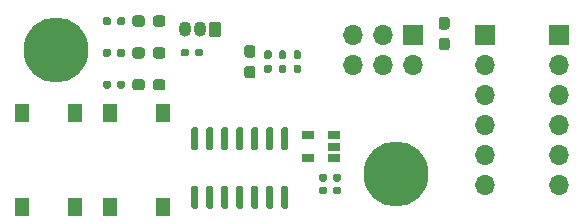
<source format=gbr>
%TF.GenerationSoftware,KiCad,Pcbnew,(5.1.9)-1*%
%TF.CreationDate,2021-02-27T13:09:48+00:00*%
%TF.ProjectId,filaSens-attiny84,66696c61-5365-46e7-932d-617474696e79,rev?*%
%TF.SameCoordinates,Original*%
%TF.FileFunction,Soldermask,Top*%
%TF.FilePolarity,Negative*%
%FSLAX46Y46*%
G04 Gerber Fmt 4.6, Leading zero omitted, Abs format (unit mm)*
G04 Created by KiCad (PCBNEW (5.1.9)-1) date 2021-02-27 13:09:48*
%MOMM*%
%LPD*%
G01*
G04 APERTURE LIST*
%ADD10O,1.700000X1.700000*%
%ADD11R,1.700000X1.700000*%
%ADD12C,5.500000*%
%ADD13O,1.050000X1.300000*%
%ADD14R,1.300000X1.550000*%
%ADD15R,1.060000X0.650000*%
G04 APERTURE END LIST*
D10*
%TO.C,J3*%
X152979600Y-101028500D03*
X152979600Y-98488500D03*
X155519600Y-101028500D03*
X155519600Y-98488500D03*
X158059600Y-101028500D03*
D11*
X158059600Y-98488500D03*
%TD*%
%TO.C,U1*%
G36*
G01*
X139708300Y-113153600D02*
X139408300Y-113153600D01*
G75*
G02*
X139258300Y-113003600I0J150000D01*
G01*
X139258300Y-111353600D01*
G75*
G02*
X139408300Y-111203600I150000J0D01*
G01*
X139708300Y-111203600D01*
G75*
G02*
X139858300Y-111353600I0J-150000D01*
G01*
X139858300Y-113003600D01*
G75*
G02*
X139708300Y-113153600I-150000J0D01*
G01*
G37*
G36*
G01*
X140978300Y-113153600D02*
X140678300Y-113153600D01*
G75*
G02*
X140528300Y-113003600I0J150000D01*
G01*
X140528300Y-111353600D01*
G75*
G02*
X140678300Y-111203600I150000J0D01*
G01*
X140978300Y-111203600D01*
G75*
G02*
X141128300Y-111353600I0J-150000D01*
G01*
X141128300Y-113003600D01*
G75*
G02*
X140978300Y-113153600I-150000J0D01*
G01*
G37*
G36*
G01*
X142248300Y-113153600D02*
X141948300Y-113153600D01*
G75*
G02*
X141798300Y-113003600I0J150000D01*
G01*
X141798300Y-111353600D01*
G75*
G02*
X141948300Y-111203600I150000J0D01*
G01*
X142248300Y-111203600D01*
G75*
G02*
X142398300Y-111353600I0J-150000D01*
G01*
X142398300Y-113003600D01*
G75*
G02*
X142248300Y-113153600I-150000J0D01*
G01*
G37*
G36*
G01*
X143518300Y-113153600D02*
X143218300Y-113153600D01*
G75*
G02*
X143068300Y-113003600I0J150000D01*
G01*
X143068300Y-111353600D01*
G75*
G02*
X143218300Y-111203600I150000J0D01*
G01*
X143518300Y-111203600D01*
G75*
G02*
X143668300Y-111353600I0J-150000D01*
G01*
X143668300Y-113003600D01*
G75*
G02*
X143518300Y-113153600I-150000J0D01*
G01*
G37*
G36*
G01*
X144788300Y-113153600D02*
X144488300Y-113153600D01*
G75*
G02*
X144338300Y-113003600I0J150000D01*
G01*
X144338300Y-111353600D01*
G75*
G02*
X144488300Y-111203600I150000J0D01*
G01*
X144788300Y-111203600D01*
G75*
G02*
X144938300Y-111353600I0J-150000D01*
G01*
X144938300Y-113003600D01*
G75*
G02*
X144788300Y-113153600I-150000J0D01*
G01*
G37*
G36*
G01*
X146058300Y-113153600D02*
X145758300Y-113153600D01*
G75*
G02*
X145608300Y-113003600I0J150000D01*
G01*
X145608300Y-111353600D01*
G75*
G02*
X145758300Y-111203600I150000J0D01*
G01*
X146058300Y-111203600D01*
G75*
G02*
X146208300Y-111353600I0J-150000D01*
G01*
X146208300Y-113003600D01*
G75*
G02*
X146058300Y-113153600I-150000J0D01*
G01*
G37*
G36*
G01*
X147328300Y-113153600D02*
X147028300Y-113153600D01*
G75*
G02*
X146878300Y-113003600I0J150000D01*
G01*
X146878300Y-111353600D01*
G75*
G02*
X147028300Y-111203600I150000J0D01*
G01*
X147328300Y-111203600D01*
G75*
G02*
X147478300Y-111353600I0J-150000D01*
G01*
X147478300Y-113003600D01*
G75*
G02*
X147328300Y-113153600I-150000J0D01*
G01*
G37*
G36*
G01*
X147328300Y-108203600D02*
X147028300Y-108203600D01*
G75*
G02*
X146878300Y-108053600I0J150000D01*
G01*
X146878300Y-106403600D01*
G75*
G02*
X147028300Y-106253600I150000J0D01*
G01*
X147328300Y-106253600D01*
G75*
G02*
X147478300Y-106403600I0J-150000D01*
G01*
X147478300Y-108053600D01*
G75*
G02*
X147328300Y-108203600I-150000J0D01*
G01*
G37*
G36*
G01*
X146058300Y-108203600D02*
X145758300Y-108203600D01*
G75*
G02*
X145608300Y-108053600I0J150000D01*
G01*
X145608300Y-106403600D01*
G75*
G02*
X145758300Y-106253600I150000J0D01*
G01*
X146058300Y-106253600D01*
G75*
G02*
X146208300Y-106403600I0J-150000D01*
G01*
X146208300Y-108053600D01*
G75*
G02*
X146058300Y-108203600I-150000J0D01*
G01*
G37*
G36*
G01*
X144788300Y-108203600D02*
X144488300Y-108203600D01*
G75*
G02*
X144338300Y-108053600I0J150000D01*
G01*
X144338300Y-106403600D01*
G75*
G02*
X144488300Y-106253600I150000J0D01*
G01*
X144788300Y-106253600D01*
G75*
G02*
X144938300Y-106403600I0J-150000D01*
G01*
X144938300Y-108053600D01*
G75*
G02*
X144788300Y-108203600I-150000J0D01*
G01*
G37*
G36*
G01*
X143518300Y-108203600D02*
X143218300Y-108203600D01*
G75*
G02*
X143068300Y-108053600I0J150000D01*
G01*
X143068300Y-106403600D01*
G75*
G02*
X143218300Y-106253600I150000J0D01*
G01*
X143518300Y-106253600D01*
G75*
G02*
X143668300Y-106403600I0J-150000D01*
G01*
X143668300Y-108053600D01*
G75*
G02*
X143518300Y-108203600I-150000J0D01*
G01*
G37*
G36*
G01*
X142248300Y-108203600D02*
X141948300Y-108203600D01*
G75*
G02*
X141798300Y-108053600I0J150000D01*
G01*
X141798300Y-106403600D01*
G75*
G02*
X141948300Y-106253600I150000J0D01*
G01*
X142248300Y-106253600D01*
G75*
G02*
X142398300Y-106403600I0J-150000D01*
G01*
X142398300Y-108053600D01*
G75*
G02*
X142248300Y-108203600I-150000J0D01*
G01*
G37*
G36*
G01*
X140978300Y-108203600D02*
X140678300Y-108203600D01*
G75*
G02*
X140528300Y-108053600I0J150000D01*
G01*
X140528300Y-106403600D01*
G75*
G02*
X140678300Y-106253600I150000J0D01*
G01*
X140978300Y-106253600D01*
G75*
G02*
X141128300Y-106403600I0J-150000D01*
G01*
X141128300Y-108053600D01*
G75*
G02*
X140978300Y-108203600I-150000J0D01*
G01*
G37*
G36*
G01*
X139708300Y-108203600D02*
X139408300Y-108203600D01*
G75*
G02*
X139258300Y-108053600I0J150000D01*
G01*
X139258300Y-106403600D01*
G75*
G02*
X139408300Y-106253600I150000J0D01*
G01*
X139708300Y-106253600D01*
G75*
G02*
X139858300Y-106403600I0J-150000D01*
G01*
X139858300Y-108053600D01*
G75*
G02*
X139708300Y-108203600I-150000J0D01*
G01*
G37*
%TD*%
%TO.C,D1*%
G36*
G01*
X134286800Y-102904300D02*
X134286800Y-102429300D01*
G75*
G02*
X134524300Y-102191800I237500J0D01*
G01*
X135099300Y-102191800D01*
G75*
G02*
X135336800Y-102429300I0J-237500D01*
G01*
X135336800Y-102904300D01*
G75*
G02*
X135099300Y-103141800I-237500J0D01*
G01*
X134524300Y-103141800D01*
G75*
G02*
X134286800Y-102904300I0J237500D01*
G01*
G37*
G36*
G01*
X136036800Y-102904300D02*
X136036800Y-102429300D01*
G75*
G02*
X136274300Y-102191800I237500J0D01*
G01*
X136849300Y-102191800D01*
G75*
G02*
X137086800Y-102429300I0J-237500D01*
G01*
X137086800Y-102904300D01*
G75*
G02*
X136849300Y-103141800I-237500J0D01*
G01*
X136274300Y-103141800D01*
G75*
G02*
X136036800Y-102904300I0J237500D01*
G01*
G37*
%TD*%
D12*
%TO.C,H1*%
X156601100Y-110203600D03*
%TD*%
%TO.C,H2*%
X127801100Y-99703600D03*
%TD*%
D13*
%TO.C,U3*%
X140011100Y-97979400D03*
X138741100Y-97979400D03*
G36*
G01*
X141806100Y-97579300D02*
X141806100Y-98379500D01*
G75*
G02*
X141556200Y-98629400I-249900J0D01*
G01*
X141006000Y-98629400D01*
G75*
G02*
X140756100Y-98379500I0J249900D01*
G01*
X140756100Y-97579300D01*
G75*
G02*
X141006000Y-97329400I249900J0D01*
G01*
X141556200Y-97329400D01*
G75*
G02*
X141806100Y-97579300I0J-249900D01*
G01*
G37*
%TD*%
%TO.C,R1*%
G36*
G01*
X132968300Y-102826800D02*
X132968300Y-102506800D01*
G75*
G02*
X133128300Y-102346800I160000J0D01*
G01*
X133523300Y-102346800D01*
G75*
G02*
X133683300Y-102506800I0J-160000D01*
G01*
X133683300Y-102826800D01*
G75*
G02*
X133523300Y-102986800I-160000J0D01*
G01*
X133128300Y-102986800D01*
G75*
G02*
X132968300Y-102826800I0J160000D01*
G01*
G37*
G36*
G01*
X131773300Y-102826800D02*
X131773300Y-102506800D01*
G75*
G02*
X131933300Y-102346800I160000J0D01*
G01*
X132328300Y-102346800D01*
G75*
G02*
X132488300Y-102506800I0J-160000D01*
G01*
X132488300Y-102826800D01*
G75*
G02*
X132328300Y-102986800I-160000J0D01*
G01*
X131933300Y-102986800D01*
G75*
G02*
X131773300Y-102826800I0J160000D01*
G01*
G37*
%TD*%
%TO.C,R2*%
G36*
G01*
X145584925Y-100956100D02*
X145904925Y-100956100D01*
G75*
G02*
X146064925Y-101116100I0J-160000D01*
G01*
X146064925Y-101511100D01*
G75*
G02*
X145904925Y-101671100I-160000J0D01*
G01*
X145584925Y-101671100D01*
G75*
G02*
X145424925Y-101511100I0J160000D01*
G01*
X145424925Y-101116100D01*
G75*
G02*
X145584925Y-100956100I160000J0D01*
G01*
G37*
G36*
G01*
X145584925Y-99761100D02*
X145904925Y-99761100D01*
G75*
G02*
X146064925Y-99921100I0J-160000D01*
G01*
X146064925Y-100316100D01*
G75*
G02*
X145904925Y-100476100I-160000J0D01*
G01*
X145584925Y-100476100D01*
G75*
G02*
X145424925Y-100316100I0J160000D01*
G01*
X145424925Y-99921100D01*
G75*
G02*
X145584925Y-99761100I160000J0D01*
G01*
G37*
%TD*%
%TO.C,R3*%
G36*
G01*
X147155950Y-101671100D02*
X146835950Y-101671100D01*
G75*
G02*
X146675950Y-101511100I0J160000D01*
G01*
X146675950Y-101116100D01*
G75*
G02*
X146835950Y-100956100I160000J0D01*
G01*
X147155950Y-100956100D01*
G75*
G02*
X147315950Y-101116100I0J-160000D01*
G01*
X147315950Y-101511100D01*
G75*
G02*
X147155950Y-101671100I-160000J0D01*
G01*
G37*
G36*
G01*
X147155950Y-100476100D02*
X146835950Y-100476100D01*
G75*
G02*
X146675950Y-100316100I0J160000D01*
G01*
X146675950Y-99921100D01*
G75*
G02*
X146835950Y-99761100I160000J0D01*
G01*
X147155950Y-99761100D01*
G75*
G02*
X147315950Y-99921100I0J-160000D01*
G01*
X147315950Y-100316100D01*
G75*
G02*
X147155950Y-100476100I-160000J0D01*
G01*
G37*
%TD*%
%TO.C,R4*%
G36*
G01*
X148406975Y-101671100D02*
X148086975Y-101671100D01*
G75*
G02*
X147926975Y-101511100I0J160000D01*
G01*
X147926975Y-101116100D01*
G75*
G02*
X148086975Y-100956100I160000J0D01*
G01*
X148406975Y-100956100D01*
G75*
G02*
X148566975Y-101116100I0J-160000D01*
G01*
X148566975Y-101511100D01*
G75*
G02*
X148406975Y-101671100I-160000J0D01*
G01*
G37*
G36*
G01*
X148406975Y-100476100D02*
X148086975Y-100476100D01*
G75*
G02*
X147926975Y-100316100I0J160000D01*
G01*
X147926975Y-99921100D01*
G75*
G02*
X148086975Y-99761100I160000J0D01*
G01*
X148406975Y-99761100D01*
G75*
G02*
X148566975Y-99921100I0J-160000D01*
G01*
X148566975Y-100316100D01*
G75*
G02*
X148406975Y-100476100I-160000J0D01*
G01*
G37*
%TD*%
%TO.C,R5*%
G36*
G01*
X139079000Y-99789000D02*
X139079000Y-100109000D01*
G75*
G02*
X138919000Y-100269000I-160000J0D01*
G01*
X138524000Y-100269000D01*
G75*
G02*
X138364000Y-100109000I0J160000D01*
G01*
X138364000Y-99789000D01*
G75*
G02*
X138524000Y-99629000I160000J0D01*
G01*
X138919000Y-99629000D01*
G75*
G02*
X139079000Y-99789000I0J-160000D01*
G01*
G37*
G36*
G01*
X140274000Y-99789000D02*
X140274000Y-100109000D01*
G75*
G02*
X140114000Y-100269000I-160000J0D01*
G01*
X139719000Y-100269000D01*
G75*
G02*
X139559000Y-100109000I0J160000D01*
G01*
X139559000Y-99789000D01*
G75*
G02*
X139719000Y-99629000I160000J0D01*
G01*
X140114000Y-99629000D01*
G75*
G02*
X140274000Y-99789000I0J-160000D01*
G01*
G37*
%TD*%
D14*
%TO.C,S1*%
X124902400Y-105041800D03*
X129402400Y-105041800D03*
X129402400Y-112991800D03*
X124902400Y-112991800D03*
%TD*%
D11*
%TO.C,J1*%
X164166100Y-98488500D03*
D10*
X164166100Y-101028500D03*
X164166100Y-103568500D03*
X164166100Y-106108500D03*
X164166100Y-108648500D03*
X164166100Y-111188500D03*
%TD*%
%TO.C,C1*%
G36*
G01*
X144471400Y-102116100D02*
X143996400Y-102116100D01*
G75*
G02*
X143758900Y-101878600I0J237500D01*
G01*
X143758900Y-101303600D01*
G75*
G02*
X143996400Y-101066100I237500J0D01*
G01*
X144471400Y-101066100D01*
G75*
G02*
X144708900Y-101303600I0J-237500D01*
G01*
X144708900Y-101878600D01*
G75*
G02*
X144471400Y-102116100I-237500J0D01*
G01*
G37*
G36*
G01*
X144471400Y-100366100D02*
X143996400Y-100366100D01*
G75*
G02*
X143758900Y-100128600I0J237500D01*
G01*
X143758900Y-99553600D01*
G75*
G02*
X143996400Y-99316100I237500J0D01*
G01*
X144471400Y-99316100D01*
G75*
G02*
X144708900Y-99553600I0J-237500D01*
G01*
X144708900Y-100128600D01*
G75*
G02*
X144471400Y-100366100I-237500J0D01*
G01*
G37*
%TD*%
%TO.C,C2*%
G36*
G01*
X160917900Y-97988500D02*
X160442900Y-97988500D01*
G75*
G02*
X160205400Y-97751000I0J237500D01*
G01*
X160205400Y-97176000D01*
G75*
G02*
X160442900Y-96938500I237500J0D01*
G01*
X160917900Y-96938500D01*
G75*
G02*
X161155400Y-97176000I0J-237500D01*
G01*
X161155400Y-97751000D01*
G75*
G02*
X160917900Y-97988500I-237500J0D01*
G01*
G37*
G36*
G01*
X160917900Y-99738500D02*
X160442900Y-99738500D01*
G75*
G02*
X160205400Y-99501000I0J237500D01*
G01*
X160205400Y-98926000D01*
G75*
G02*
X160442900Y-98688500I237500J0D01*
G01*
X160917900Y-98688500D01*
G75*
G02*
X161155400Y-98926000I0J-237500D01*
G01*
X161155400Y-99501000D01*
G75*
G02*
X160917900Y-99738500I-237500J0D01*
G01*
G37*
%TD*%
%TO.C,D2*%
G36*
G01*
X134286800Y-97514401D02*
X134286800Y-97039401D01*
G75*
G02*
X134524300Y-96801901I237500J0D01*
G01*
X135099300Y-96801901D01*
G75*
G02*
X135336800Y-97039401I0J-237500D01*
G01*
X135336800Y-97514401D01*
G75*
G02*
X135099300Y-97751901I-237500J0D01*
G01*
X134524300Y-97751901D01*
G75*
G02*
X134286800Y-97514401I0J237500D01*
G01*
G37*
G36*
G01*
X136036800Y-97514401D02*
X136036800Y-97039401D01*
G75*
G02*
X136274300Y-96801901I237500J0D01*
G01*
X136849300Y-96801901D01*
G75*
G02*
X137086800Y-97039401I0J-237500D01*
G01*
X137086800Y-97514401D01*
G75*
G02*
X136849300Y-97751901I-237500J0D01*
G01*
X136274300Y-97751901D01*
G75*
G02*
X136036800Y-97514401I0J237500D01*
G01*
G37*
%TD*%
%TO.C,R6*%
G36*
G01*
X131773300Y-97436901D02*
X131773300Y-97116901D01*
G75*
G02*
X131933300Y-96956901I160000J0D01*
G01*
X132328300Y-96956901D01*
G75*
G02*
X132488300Y-97116901I0J-160000D01*
G01*
X132488300Y-97436901D01*
G75*
G02*
X132328300Y-97596901I-160000J0D01*
G01*
X131933300Y-97596901D01*
G75*
G02*
X131773300Y-97436901I0J160000D01*
G01*
G37*
G36*
G01*
X132968300Y-97436901D02*
X132968300Y-97116901D01*
G75*
G02*
X133128300Y-96956901I160000J0D01*
G01*
X133523300Y-96956901D01*
G75*
G02*
X133683300Y-97116901I0J-160000D01*
G01*
X133683300Y-97436901D01*
G75*
G02*
X133523300Y-97596901I-160000J0D01*
G01*
X133128300Y-97596901D01*
G75*
G02*
X132968300Y-97436901I0J160000D01*
G01*
G37*
%TD*%
D14*
%TO.C,S2*%
X136852850Y-112991800D03*
X132352850Y-112991800D03*
X132352850Y-105041800D03*
X136852850Y-105041800D03*
%TD*%
D15*
%TO.C,U2*%
X151315600Y-108849200D03*
X151315600Y-107899200D03*
X151315600Y-106949200D03*
X149115600Y-106949200D03*
X149115600Y-108849200D03*
%TD*%
%TO.C,R7*%
G36*
G01*
X151970600Y-111447600D02*
X151970600Y-111767600D01*
G75*
G02*
X151810600Y-111927600I-160000J0D01*
G01*
X151415600Y-111927600D01*
G75*
G02*
X151255600Y-111767600I0J160000D01*
G01*
X151255600Y-111447600D01*
G75*
G02*
X151415600Y-111287600I160000J0D01*
G01*
X151810600Y-111287600D01*
G75*
G02*
X151970600Y-111447600I0J-160000D01*
G01*
G37*
G36*
G01*
X150775600Y-111447600D02*
X150775600Y-111767600D01*
G75*
G02*
X150615600Y-111927600I-160000J0D01*
G01*
X150220600Y-111927600D01*
G75*
G02*
X150060600Y-111767600I0J160000D01*
G01*
X150060600Y-111447600D01*
G75*
G02*
X150220600Y-111287600I160000J0D01*
G01*
X150615600Y-111287600D01*
G75*
G02*
X150775600Y-111447600I0J-160000D01*
G01*
G37*
%TD*%
%TO.C,R8*%
G36*
G01*
X150775600Y-110380800D02*
X150775600Y-110700800D01*
G75*
G02*
X150615600Y-110860800I-160000J0D01*
G01*
X150220600Y-110860800D01*
G75*
G02*
X150060600Y-110700800I0J160000D01*
G01*
X150060600Y-110380800D01*
G75*
G02*
X150220600Y-110220800I160000J0D01*
G01*
X150615600Y-110220800D01*
G75*
G02*
X150775600Y-110380800I0J-160000D01*
G01*
G37*
G36*
G01*
X151970600Y-110380800D02*
X151970600Y-110700800D01*
G75*
G02*
X151810600Y-110860800I-160000J0D01*
G01*
X151415600Y-110860800D01*
G75*
G02*
X151255600Y-110700800I0J160000D01*
G01*
X151255600Y-110380800D01*
G75*
G02*
X151415600Y-110220800I160000J0D01*
G01*
X151810600Y-110220800D01*
G75*
G02*
X151970600Y-110380800I0J-160000D01*
G01*
G37*
%TD*%
%TO.C,D3*%
G36*
G01*
X134286800Y-100209350D02*
X134286800Y-99734350D01*
G75*
G02*
X134524300Y-99496850I237500J0D01*
G01*
X135099300Y-99496850D01*
G75*
G02*
X135336800Y-99734350I0J-237500D01*
G01*
X135336800Y-100209350D01*
G75*
G02*
X135099300Y-100446850I-237500J0D01*
G01*
X134524300Y-100446850D01*
G75*
G02*
X134286800Y-100209350I0J237500D01*
G01*
G37*
G36*
G01*
X136036800Y-100209350D02*
X136036800Y-99734350D01*
G75*
G02*
X136274300Y-99496850I237500J0D01*
G01*
X136849300Y-99496850D01*
G75*
G02*
X137086800Y-99734350I0J-237500D01*
G01*
X137086800Y-100209350D01*
G75*
G02*
X136849300Y-100446850I-237500J0D01*
G01*
X136274300Y-100446850D01*
G75*
G02*
X136036800Y-100209350I0J237500D01*
G01*
G37*
%TD*%
%TO.C,R9*%
G36*
G01*
X132968300Y-100131850D02*
X132968300Y-99811850D01*
G75*
G02*
X133128300Y-99651850I160000J0D01*
G01*
X133523300Y-99651850D01*
G75*
G02*
X133683300Y-99811850I0J-160000D01*
G01*
X133683300Y-100131850D01*
G75*
G02*
X133523300Y-100291850I-160000J0D01*
G01*
X133128300Y-100291850D01*
G75*
G02*
X132968300Y-100131850I0J160000D01*
G01*
G37*
G36*
G01*
X131773300Y-100131850D02*
X131773300Y-99811850D01*
G75*
G02*
X131933300Y-99651850I160000J0D01*
G01*
X132328300Y-99651850D01*
G75*
G02*
X132488300Y-99811850I0J-160000D01*
G01*
X132488300Y-100131850D01*
G75*
G02*
X132328300Y-100291850I-160000J0D01*
G01*
X131933300Y-100291850D01*
G75*
G02*
X131773300Y-100131850I0J160000D01*
G01*
G37*
%TD*%
D11*
%TO.C,J2*%
X170383200Y-98488500D03*
D10*
X170383200Y-101028500D03*
X170383200Y-103568500D03*
X170383200Y-106108500D03*
X170383200Y-108648500D03*
X170383200Y-111188500D03*
%TD*%
M02*

</source>
